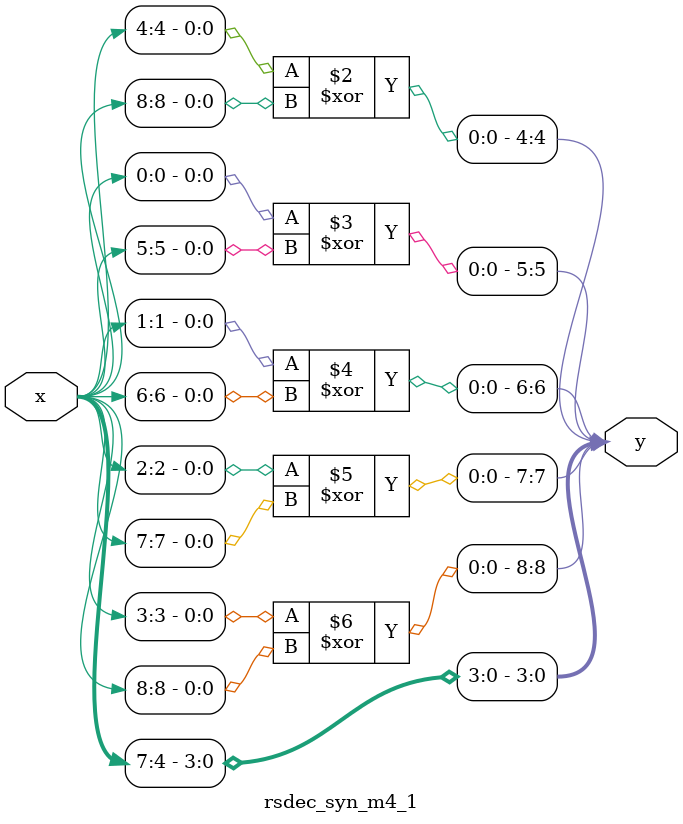
<source format=v>
module rsdec_syn_m4_1 (y, x);
	input [8:0] x;
	output [8:0] y;
	reg [8:0] y;
	always @ (x)
	begin
		y[0] = x[4];
		y[1] = x[5];
		y[2] = x[6];
		y[3] = x[7];
		y[4] = x[4] ^ x[8];
		y[5] = x[0] ^ x[5];
		y[6] = x[1] ^ x[6];
		y[7] = x[2] ^ x[7];
		y[8] = x[3] ^ x[8];
	end
endmodule
</source>
